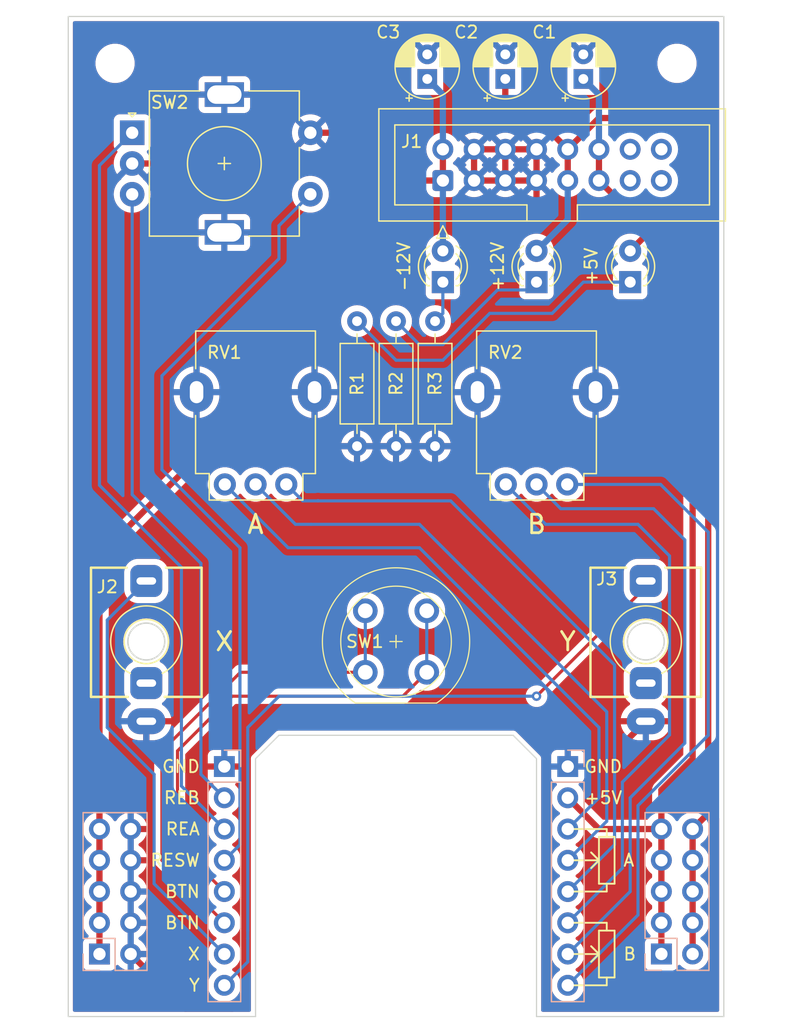
<source format=kicad_pcb>
(kicad_pcb (version 20240108) (generator "pcbnew") (generator_version "8.0")
  (title_block (title "Development Board") (date "2024-02-27") (rev "v0.1") (company "Free Modular"))
  (layers (0 "F.Cu" signal) (31 "B.Cu" signal) (34 "B.Paste" user) (35 "F.Paste" user) (36 "B.SilkS" user "B.Silkscreen") (37 "F.SilkS" user "F.Silkscreen") (38 "B.Mask" user) (39 "F.Mask" user) (44 "Edge.Cuts" user))
  (net 0 "")
  (net 2 "GND")
  (net 3 "+5V")
  (net 4 "-12V")
  (net 6 "+12V")
  (net 9 "Net-(J5-Pin_5)")
  (net 10 "Net-(J5-Pin_6)")
  (net 11 "Net-(J5-Pin_8)")
  (net 12 "Net-(J5-Pin_7)")
  (net 13 "Net-(J4-Pin_5)")
  (net 14 "Net-(J4-Pin_3)")
  (net 15 "Net-(J4-Pin_4)")
  (net 16 "Net-(J4-Pin_6)")
  (net 17 "Net-(J4-Pin_8)")
  (net 18 "Net-(J4-Pin_7)")
  (net 21 "Net-(J5-Pin_2)")
  (net 22 "Net-(J5-Pin_4)")
  (net 23 "Net-(J5-Pin_3)")
  (net 24 "Net-(D1-K)")
  (net 25 "Net-(D2-K)")
  (net 26 "Net-(D3-K)")
  (footprint "FreeModular:D6R" (layer "F.Cu") (at 57.19 81.24 90)
    (property "Reference" "SW1" (at 2.5 -0.04 0) (layer "F.SilkS"))
    (property "Value" "SW_SPST")
    (pad "1" thru_hole circle (at 0 0 180) (size 2 2) (drill 1.2) (layers "*.Cu" "*.Mask") (net 10 "Net-(J5-Pin_6)"))
    (pad "1" thru_hole circle (at 5 0 180) (size 2 2) (drill 1.2) (layers "*.Cu" "*.Mask") (net 10 "Net-(J5-Pin_6)"))
    (pad "2" thru_hole circle (at 0 5 180) (size 2 2) (drill 1.2) (layers "*.Cu" "*.Mask") (net 9 "Net-(J5-Pin_5)"))
    (pad "2" thru_hole circle (at 5 5 180) (size 2 2) (drill 1.2) (layers "*.Cu" "*.Mask") (net 9 "Net-(J5-Pin_5)"))
  )
  (footprint "Capacitor_THT:CP_Radial_D5.0mm_P2.00mm" (layer "F.Cu") (at 68.58 33.02 90)
    (property "Reference" "C2" (at 3.81 -3.175 0) (layer "F.SilkS"))
    (property "Value" "10uF")
    (pad "1" thru_hole rect (at 0 0 90) (size 1.6 1.6) (drill 0.8) (layers "*.Cu" "*.Mask") (net 6 "+12V"))
    (pad "2" thru_hole circle (at 2 0 90) (size 1.6 1.6) (drill 0.8) (layers "*.Cu" "*.Mask") (net 2 "GND"))
  )
  (footprint "LED_THT:LED_D3.0mm" (layer "F.Cu") (at 71.12 49.53 90)
    (property "Reference" "D2" (hide yes))
    (property "Value" "LED")
    (pad "1" thru_hole rect (at 0 0 90) (size 1.8 1.8) (drill 0.9) (layers "*.Cu" "*.Mask") (net 25 "Net-(D2-K)"))
    (pad "2" thru_hole circle (at 2.54 0 90) (size 1.8 1.8) (drill 0.9) (layers "*.Cu" "*.Mask") (net 6 "+12V"))
  )
  (footprint "Rotary_Encoder:RotaryEncoder_Alps_EC11E-Switch_Vertical_H20mm" (layer "F.Cu") (at 38.22 37.39)
    (property "Reference" "SW2" (at 3.055 -2.465 0) (layer "F.SilkS"))
    (property "Value" "RotaryEncoder_Switch")
    (pad "A" thru_hole rect (at 0 0) (size 2 2) (drill 1) (layers "*.Cu" "*.Mask") (net 23 "Net-(J5-Pin_3)"))
    (pad "B" thru_hole circle (at 0 5) (size 2 2) (drill 1) (layers "*.Cu" "*.Mask") (net 21 "Net-(J5-Pin_2)"))
    (pad "C" thru_hole circle (at 0 2.5) (size 2 2) (drill 1) (layers "*.Cu" "*.Mask") (net 2 "GND"))
    (pad "MP" thru_hole rect (at 7.5 -3.1) (size 3.2 2) (drill oval 2.8 1.5) (layers "*.Cu" "*.Mask") (net 2 "GND"))
    (pad "MP" thru_hole rect (at 7.5 8.1) (size 3.2 2) (drill oval 2.8 1.5) (layers "*.Cu" "*.Mask") (net 2 "GND"))
    (pad "S1" thru_hole circle (at 14.5 5) (size 2 2) (drill 1) (layers "*.Cu" "*.Mask") (net 22 "Net-(J5-Pin_4)"))
    (pad "S2" thru_hole circle (at 14.5 0) (size 2 2) (drill 1) (layers "*.Cu" "*.Mask") (net 2 "GND"))
  )
  (footprint "Connector_IDC:IDC-Header_2x08_P2.54mm_Vertical" (layer "F.Cu") (at 63.5 41.275 90)
    (property "Reference" "J1" (at 3.175 -2.54 0) (layer "F.SilkS"))
    (property "Value" "Eurorack_2x8_Power")
    (pad "1" thru_hole roundrect (at 0 0 90) (size 1.7 1.7) (drill 1) (layers "*.Cu" "*.Mask") (roundrect_rratio 0.147059) (net 4 "-12V"))
    (pad "2" thru_hole circle (at 2.54 0 90) (size 1.7 1.7) (drill 1) (layers "*.Cu" "*.Mask") (net 4 "-12V"))
    (pad "3" thru_hole circle (at 0 2.54 90) (size 1.7 1.7) (drill 1) (layers "*.Cu" "*.Mask") (net 2 "GND"))
    (pad "4" thru_hole circle (at 2.54 2.54 90) (size 1.7 1.7) (drill 1) (layers "*.Cu" "*.Mask") (net 2 "GND"))
    (pad "5" thru_hole circle (at 0 5.08 90) (size 1.7 1.7) (drill 1) (layers "*.Cu" "*.Mask") (net 2 "GND"))
    (pad "6" thru_hole circle (at 2.54 5.08 90) (size 1.7 1.7) (drill 1) (layers "*.Cu" "*.Mask") (net 2 "GND"))
    (pad "7" thru_hole circle (at 0 7.62 90) (size 1.7 1.7) (drill 1) (layers "*.Cu" "*.Mask") (net 2 "GND"))
    (pad "8" thru_hole circle (at 2.54 7.62 90) (size 1.7 1.7) (drill 1) (layers "*.Cu" "*.Mask") (net 2 "GND"))
    (pad "9" thru_hole circle (at 0 10.16 90) (size 1.7 1.7) (drill 1) (layers "*.Cu" "*.Mask") (net 6 "+12V"))
    (pad "10" thru_hole circle (at 2.54 10.16 90) (size 1.7 1.7) (drill 1) (layers "*.Cu" "*.Mask") (net 6 "+12V"))
    (pad "11" thru_hole circle (at 0 12.7 90) (size 1.7 1.7) (drill 1) (layers "*.Cu" "*.Mask") (net 3 "+5V"))
    (pad "12" thru_hole circle (at 2.54 12.7 90) (size 1.7 1.7) (drill 1) (layers "*.Cu" "*.Mask") (net 3 "+5V"))
    (pad "13" thru_hole circle (at 0 15.24 90) (size 1.7 1.7) (drill 1) (layers "*.Cu" "*.Mask"))
    (pad "14" thru_hole circle (at 2.54 15.24 90) (size 1.7 1.7) (drill 1) (layers "*.Cu" "*.Mask"))
    (pad "15" thru_hole circle (at 0 17.78 90) (size 1.7 1.7) (drill 1) (layers "*.Cu" "*.Mask"))
    (pad "16" thru_hole circle (at 2.54 17.78 90) (size 1.7 1.7) (drill 1) (layers "*.Cu" "*.Mask"))
  )
  (footprint "Capacitor_THT:CP_Radial_D5.0mm_P2.00mm" (layer "F.Cu") (at 74.93 33.02 90)
    (property "Reference" "C1" (at 3.81 -3.175 0) (layer "F.SilkS"))
    (property "Value" "10uF")
    (pad "1" thru_hole rect (at 0 0 90) (size 1.6 1.6) (drill 0.8) (layers "*.Cu" "*.Mask") (net 3 "+5V"))
    (pad "2" thru_hole circle (at 2 0 90) (size 1.6 1.6) (drill 0.8) (layers "*.Cu" "*.Mask") (net 2 "GND"))
  )
  (footprint "MountingHole:MountingHole_2.7mm_M2.5" (layer "F.Cu") (at 36.83 31.75 90)
    (property "Reference" "H1" (hide yes))
    (property "Value" "MountingHole")
    (pad "" np_thru_hole circle (at 0 0 90) (size 2.7 2.7) (drill 2.7) (layers "*.Cu" "*.Mask"))
  )
  (footprint "LED_THT:LED_D3.0mm" (layer "F.Cu") (at 63.5 49.53 90)
    (property "Reference" "D3" (hide yes))
    (property "Value" "LED")
    (pad "1" thru_hole rect (at 0 0 90) (size 1.8 1.8) (drill 0.9) (layers "*.Cu" "*.Mask") (net 26 "Net-(D3-K)"))
    (pad "2" thru_hole circle (at 2.54 0 90) (size 1.8 1.8) (drill 0.9) (layers "*.Cu" "*.Mask") (net 4 "-12V"))
  )
  (footprint "Resistor_THT:R_Axial_DIN0207_L6.3mm_D2.5mm_P10.16mm_Horizontal" (layer "F.Cu") (at 59.69 52.705 -90)
    (property "Reference" "R2" (at 5.08 0 90) (layer "F.SilkS"))
    (property "Value" "R")
    (pad "1" thru_hole circle (at 0 0 270) (size 1.6 1.6) (drill 0.8) (layers "*.Cu" "*.Mask") (net 25 "Net-(D2-K)"))
    (pad "2" thru_hole oval (at 10.16 0 270) (size 1.6 1.6) (drill 0.8) (layers "*.Cu" "*.Mask") (net 2 "GND"))
  )
  (footprint "Resistor_THT:R_Axial_DIN0207_L6.3mm_D2.5mm_P10.16mm_Horizontal" (layer "F.Cu") (at 56.515 52.705 -90)
    (property "Reference" "R1" (at 5.08 0 90) (layer "F.SilkS"))
    (property "Value" "R")
    (pad "1" thru_hole circle (at 0 0 270) (size 1.6 1.6) (drill 0.8) (layers "*.Cu" "*.Mask") (net 24 "Net-(D1-K)"))
    (pad "2" thru_hole oval (at 10.16 0 270) (size 1.6 1.6) (drill 0.8) (layers "*.Cu" "*.Mask") (net 2 "GND"))
  )
  (footprint "FreeModular:THONKICONN" (layer "F.Cu") (at 80.01 78.74)
    (property "Reference" "J3" (at -3.175 -5.08 0) (layer "F.SilkS"))
    (property "Value" "THONKICONN")
    (fp_circle (center 0 0) (end -1.5 0) (stroke (width 0.12)) (fill none) (layer "Edge.Cuts"))
    (pad "1" thru_hole oval (at 0 6.48) (size 3.1 2.1) (drill oval 1.6 0.6) (layers "*.Cu" "*.Mask") (net 2 "GND"))
    (pad "2" thru_hole roundrect (at 0 3.38) (size 2.6 2.6) (drill oval 1.6 0.6) (layers "*.Cu" "*.Mask"))
    (pad "3" thru_hole roundrect (at 0 -4.92) (size 2.6 2.6) (drill oval 1.6 0.6) (layers "*.Cu" "*.Mask") (net 11 "Net-(J5-Pin_8)"))
  )
  (footprint "FreeModular:THONKICONN" (layer "F.Cu") (at 39.37 78.74)
    (property "Reference" "J2" (at -3.175 -4.445 0) (layer "F.SilkS"))
    (property "Value" "THONKICONN")
    (fp_circle (center 0 0) (end -1.5 0) (stroke (width 0.12)) (fill none) (layer "Edge.Cuts"))
    (pad "1" thru_hole oval (at 0 6.48) (size 3.1 2.1) (drill oval 1.6 0.6) (layers "*.Cu" "*.Mask") (net 2 "GND"))
    (pad "2" thru_hole roundrect (at 0 3.38) (size 2.6 2.6) (drill oval 1.6 0.6) (layers "*.Cu" "*.Mask"))
    (pad "3" thru_hole roundrect (at 0 -4.92) (size 2.6 2.6) (drill oval 1.6 0.6) (layers "*.Cu" "*.Mask") (net 12 "Net-(J5-Pin_7)"))
  )
  (footprint "FreeModular:Alpha_Potentiometer_Grounded" (layer "F.Cu") (at 68.62 65.9725 90)
    (property "Reference" "RV2" (at 10.7275 -0.04 0) (layer "F.SilkS"))
    (property "Value" "R_Potentiometer")
    (pad "1" thru_hole circle (at 0 0 180) (size 1.8 1.8) (drill 1) (layers "*.Cu" "*.Mask") (net 16 "Net-(J4-Pin_6)"))
    (pad "2" thru_hole circle (at 0 2.5 180) (size 1.8 1.8) (drill 1) (layers "*.Cu" "*.Mask") (net 18 "Net-(J4-Pin_7)"))
    (pad "3" thru_hole circle (at 0 5 180) (size 1.8 1.8) (drill 1) (layers "*.Cu" "*.Mask") (net 17 "Net-(J4-Pin_8)"))
    (pad "MP" thru_hole oval (at 7.5 -2.3 180) (size 2.72 3.24) (drill oval 1.1 1.8) (layers "*.Cu" "*.Mask") (net 2 "GND"))
    (pad "MP" thru_hole oval (at 7.5 7.3 180) (size 2.72 3.24) (drill oval 1.1 1.8) (layers "*.Cu" "*.Mask") (net 2 "GND"))
  )
  (footprint "LED_THT:LED_D3.0mm" (layer "F.Cu") (at 78.74 49.53 90)
    (property "Reference" "D1" (hide yes))
    (property "Value" "LED")
    (pad "1" thru_hole rect (at 0 0 90) (size 1.8 1.8) (drill 0.9) (layers "*.Cu" "*.Mask") (net 24 "Net-(D1-K)"))
    (pad "2" thru_hole circle (at 2.54 0 90) (size 1.8 1.8) (drill 0.9) (layers "*.Cu" "*.Mask") (net 3 "+5V"))
  )
  (footprint "Resistor_THT:R_Axial_DIN0207_L6.3mm_D2.5mm_P10.16mm_Horizontal" (layer "F.Cu") (at 62.865 52.705 -90)
    (property "Reference" "R3" (at 5.08 0 90) (layer "F.SilkS"))
    (property "Value" "R")
    (pad "1" thru_hole circle (at 0 0 270) (size 1.6 1.6) (drill 0.8) (layers "*.Cu" "*.Mask") (net 26 "Net-(D3-K)"))
    (pad "2" thru_hole oval (at 10.16 0 270) (size 1.6 1.6) (drill 0.8) (layers "*.Cu" "*.Mask") (net 2 "GND"))
  )
  (footprint "Capacitor_THT:CP_Radial_D5.0mm_P2.00mm" (layer "F.Cu") (at 62.23 33.02 90)
    (property "Reference" "C3" (at 3.81 -3.175 0) (layer "F.SilkS"))
    (property "Value" "10uF")
    (pad "1" thru_hole rect (at 0 0 90) (size 1.6 1.6) (drill 0.8) (layers "*.Cu" "*.Mask") (net 4 "-12V"))
    (pad "2" thru_hole circle (at 2 0 90) (size 1.6 1.6) (drill 0.8) (layers "*.Cu" "*.Mask") (net 2 "GND"))
  )
  (footprint "FreeModular:Alpha_Potentiometer_Grounded" (layer "F.Cu") (at 45.76 65.9725 90)
    (property "Reference" "RV1" (at 10.7275 -0.04 0) (layer "F.SilkS"))
    (property "Value" "R_Potentiometer")
    (pad "1" thru_hole circle (at 0 0 180) (size 1.8 1.8) (drill 1) (layers "*.Cu" "*.Mask") (net 14 "Net-(J4-Pin_3)"))
    (pad "2" thru_hole circle (at 0 2.5 180) (size 1.8 1.8) (drill 1) (layers "*.Cu" "*.Mask") (net 15 "Net-(J4-Pin_4)"))
    (pad "3" thru_hole circle (at 0 5 180) (size 1.8 1.8) (drill 1) (layers "*.Cu" "*.Mask") (net 13 "Net-(J4-Pin_5)"))
    (pad "MP" thru_hole oval (at 7.5 -2.3 180) (size 2.72 3.24) (drill oval 1.1 1.8) (layers "*.Cu" "*.Mask") (net 2 "GND"))
    (pad "MP" thru_hole oval (at 7.5 7.3 180) (size 2.72 3.24) (drill oval 1.1 1.8) (layers "*.Cu" "*.Mask") (net 2 "GND"))
  )
  (footprint "MountingHole:MountingHole_2.7mm_M2.5" (layer "F.Cu") (at 82.55 31.75 90)
    (property "Reference" "H2" (hide yes))
    (property "Value" "MountingHole")
    (pad "" np_thru_hole circle (at 0 0 90) (size 2.7 2.7) (drill 2.7) (layers "*.Cu" "*.Mask"))
  )
  (footprint "Connector_PinHeader_2.54mm:PinHeader_2x05_P2.54mm_Vertical" (layer "B.Cu") (at 81.28 104.135)
    (property "Reference" "J7" (hide yes))
    (property "Value" "Conn_02x05_Top_Bottom")
    (pad "1" thru_hole rect (at 0 0) (size 1.7 1.7) (drill 1) (layers "*.Cu" "*.Mask") (net 3 "+5V"))
    (pad "2" thru_hole oval (at 2.54 0) (size 1.7 1.7) (drill 1) (layers "*.Cu" "*.Mask") (net 6 "+12V"))
    (pad "3" thru_hole oval (at 0 -2.54) (size 1.7 1.7) (drill 1) (layers "*.Cu" "*.Mask") (net 3 "+5V"))
    (pad "4" thru_hole oval (at 2.54 -2.54) (size 1.7 1.7) (drill 1) (layers "*.Cu" "*.Mask") (net 6 "+12V"))
    (pad "5" thru_hole oval (at 0 -5.08) (size 1.7 1.7) (drill 1) (layers "*.Cu" "*.Mask") (net 3 "+5V"))
    (pad "6" thru_hole oval (at 2.54 -5.08) (size 1.7 1.7) (drill 1) (layers "*.Cu" "*.Mask") (net 6 "+12V"))
    (pad "7" thru_hole oval (at 0 -7.62) (size 1.7 1.7) (drill 1) (layers "*.Cu" "*.Mask") (net 3 "+5V"))
    (pad "8" thru_hole oval (at 2.54 -7.62) (size 1.7 1.7) (drill 1) (layers "*.Cu" "*.Mask") (net 6 "+12V"))
    (pad "9" thru_hole oval (at 0 -10.16) (size 1.7 1.7) (drill 1) (layers "*.Cu" "*.Mask") (net 3 "+5V"))
    (pad "10" thru_hole oval (at 2.54 -10.16) (size 1.7 1.7) (drill 1) (layers "*.Cu" "*.Mask") (net 6 "+12V"))
  )
  (footprint "Connector_PinHeader_2.54mm:PinHeader_2x05_P2.54mm_Vertical" (layer "B.Cu") (at 35.56 104.14)
    (property "Reference" "J6" (hide yes))
    (property "Value" "Conn_02x05_Top_Bottom")
    (pad "1" thru_hole rect (at 0 0) (size 1.7 1.7) (drill 1) (layers "*.Cu" "*.Mask") (net 4 "-12V"))
    (pad "2" thru_hole oval (at 2.54 0) (size 1.7 1.7) (drill 1) (layers "*.Cu" "*.Mask") (net 2 "GND"))
    (pad "3" thru_hole oval (at 0 -2.54) (size 1.7 1.7) (drill 1) (layers "*.Cu" "*.Mask") (net 4 "-12V"))
    (pad "4" thru_hole oval (at 2.54 -2.54) (size 1.7 1.7) (drill 1) (layers "*.Cu" "*.Mask") (net 2 "GND"))
    (pad "5" thru_hole oval (at 0 -5.08) (size 1.7 1.7) (drill 1) (layers "*.Cu" "*.Mask") (net 4 "-12V"))
    (pad "6" thru_hole oval (at 2.54 -5.08) (size 1.7 1.7) (drill 1) (layers "*.Cu" "*.Mask") (net 2 "GND"))
    (pad "7" thru_hole oval (at 0 -7.62) (size 1.7 1.7) (drill 1) (layers "*.Cu" "*.Mask") (net 4 "-12V"))
    (pad "8" thru_hole oval (at 2.54 -7.62) (size 1.7 1.7) (drill 1) (layers "*.Cu" "*.Mask") (net 2 "GND"))
    (pad "9" thru_hole oval (at 0 -10.16) (size 1.7 1.7) (drill 1) (layers "*.Cu" "*.Mask") (net 4 "-12V"))
    (pad "10" thru_hole oval (at 2.54 -10.16) (size 1.7 1.7) (drill 1) (layers "*.Cu" "*.Mask") (net 2 "GND"))
  )
  (footprint "Connector_PinHeader_2.54mm:PinHeader_1x08_P2.54mm_Vertical" (layer "B.Cu") (at 73.66 88.9 180)
    (property "Reference" "J4" (hide yes))
    (property "Value" "Conn_01x08_Pin")
    (pad "1" thru_hole rect (at 0 0 180) (size 1.7 1.7) (drill 1) (layers "*.Cu" "*.Mask") (net 2 "GND"))
    (pad "2" thru_hole oval (at 0 -2.54 180) (size 1.7 1.7) (drill 1) (layers "*.Cu" "*.Mask") (net 3 "+5V"))
    (pad "3" thru_hole oval (at 0 -5.08 180) (size 1.7 1.7) (drill 1) (layers "*.Cu" "*.Mask") (net 14 "Net-(J4-Pin_3)"))
    (pad "4" thru_hole oval (at 0 -7.62 180) (size 1.7 1.7) (drill 1) (layers "*.Cu" "*.Mask") (net 15 "Net-(J4-Pin_4)"))
    (pad "5" thru_hole oval (at 0 -10.16 180) (size 1.7 1.7) (drill 1) (layers "*.Cu" "*.Mask") (net 13 "Net-(J4-Pin_5)"))
    (pad "6" thru_hole oval (at 0 -12.7 180) (size 1.7 1.7) (drill 1) (layers "*.Cu" "*.Mask") (net 16 "Net-(J4-Pin_6)"))
    (pad "7" thru_hole oval (at 0 -15.24 180) (size 1.7 1.7) (drill 1) (layers "*.Cu" "*.Mask") (net 18 "Net-(J4-Pin_7)"))
    (pad "8" thru_hole oval (at 0 -17.78 180) (size 1.7 1.7) (drill 1) (layers "*.Cu" "*.Mask") (net 17 "Net-(J4-Pin_8)"))
  )
  (footprint "Connector_PinHeader_2.54mm:PinHeader_1x08_P2.54mm_Vertical" (layer "B.Cu") (at 45.72 88.9 180)
    (property "Reference" "J5" (hide yes))
    (property "Value" "Conn_01x08_Pin")
    (pad "1" thru_hole rect (at 0 0 180) (size 1.7 1.7) (drill 1) (layers "*.Cu" "*.Mask") (net 2 "GND"))
    (pad "2" thru_hole oval (at 0 -2.54 180) (size 1.7 1.7) (drill 1) (layers "*.Cu" "*.Mask") (net 21 "Net-(J5-Pin_2)"))
    (pad "3" thru_hole oval (at 0 -5.08 180) (size 1.7 1.7) (drill 1) (layers "*.Cu" "*.Mask") (net 23 "Net-(J5-Pin_3)"))
    (pad "4" thru_hole oval (at 0 -7.62 180) (size 1.7 1.7) (drill 1) (layers "*.Cu" "*.Mask") (net 22 "Net-(J5-Pin_4)"))
    (pad "5" thru_hole oval (at 0 -10.16 180) (size 1.7 1.7) (drill 1) (layers "*.Cu" "*.Mask") (net 9 "Net-(J5-Pin_5)"))
    (pad "6" thru_hole oval (at 0 -12.7 180) (size 1.7 1.7) (drill 1) (layers "*.Cu" "*.Mask") (net 10 "Net-(J5-Pin_6)"))
    (pad "7" thru_hole oval (at 0 -15.24 180) (size 1.7 1.7) (drill 1) (layers "*.Cu" "*.Mask") (net 12 "Net-(J5-Pin_7)"))
    (pad "8" thru_hole oval (at 0 -17.78 180) (size 1.7 1.7) (drill 1) (layers "*.Cu" "*.Mask") (net 11 "Net-(J5-Pin_8)"))
  )
  (gr_line (start 76.835 102.235) (end 76.2 102.235) (stroke (width 0.15)) (layer "F.SilkS"))
  (gr_line (start 76.2 96.52) (end 75.565 95.885) (stroke (width 0.15)) (layer "F.SilkS"))
  (gr_line (start 76.2 98.425) (end 77.47 98.425) (stroke (width 0.15)) (layer "F.SilkS"))
  (gr_line (start 76.2 94.615) (end 76.2 98.425) (stroke (width 0.15)) (layer "F.SilkS"))
  (gr_line (start 77.47 106.045) (end 77.47 102.235) (stroke (width 0.15)) (layer "F.SilkS"))
  (gr_line (start 76.835 93.98) (end 76.835 94.615) (stroke (width 0.15)) (layer "F.SilkS"))
  (gr_line (start 77.47 94.615) (end 76.835 94.615) (stroke (width 0.15)) (layer "F.SilkS"))
  (gr_line (start 76.835 106.045) (end 76.835 106.68) (stroke (width 0.15)) (layer "F.SilkS"))
  (gr_line (start 73.66 96.52) (end 76.2 96.52) (stroke (width 0.15)) (layer "F.SilkS"))
  (gr_line (start 77.47 102.235) (end 76.835 102.235) (stroke (width 0.15)) (layer "F.SilkS"))
  (gr_line (start 73.66 101.6) (end 76.835 101.6) (stroke (width 0.15)) (layer "F.SilkS"))
  (gr_line (start 76.2 104.14) (end 75.565 103.505) (stroke (width 0.15)) (layer "F.SilkS"))
  (gr_line (start 75.565 103.505) (end 76.2 104.14) (stroke (width 0.15)) (layer "F.SilkS"))
  (gr_line (start 76.835 94.615) (end 76.2 94.615) (stroke (width 0.15)) (layer "F.SilkS"))
  (gr_line (start 77.47 98.425) (end 77.47 94.615) (stroke (width 0.15)) (layer "F.SilkS"))
  (gr_line (start 73.66 93.98) (end 76.835 93.98) (stroke (width 0.15)) (layer "F.SilkS"))
  (gr_line (start 73.66 106.68) (end 76.835 106.68) (stroke (width 0.15)) (layer "F.SilkS"))
  (gr_line (start 76.835 101.6) (end 76.835 102.235) (stroke (width 0.15)) (layer "F.SilkS"))
  (gr_line (start 73.66 99.06) (end 76.835 99.06) (stroke (width 0.15)) (layer "F.SilkS"))
  (gr_line (start 76.2 106.045) (end 77.47 106.045) (stroke (width 0.15)) (layer "F.SilkS"))
  (gr_line (start 75.565 95.885) (end 76.2 96.52) (stroke (width 0.15)) (layer "F.SilkS"))
  (gr_line (start 76.835 98.425) (end 76.835 99.06) (stroke (width 0.15)) (layer "F.SilkS"))
  (gr_line (start 73.66 104.14) (end 76.2 104.14) (stroke (width 0.15)) (layer "F.SilkS"))
  (gr_line (start 76.2 102.235) (end 76.2 106.045) (stroke (width 0.15)) (layer "F.SilkS"))
  (gr_line (start 75.565 104.775) (end 76.2 104.14) (stroke (width 0.15)) (layer "F.SilkS"))
  (gr_line (start 75.565 97.155) (end 76.2 96.52) (stroke (width 0.15)) (layer "F.SilkS"))
  (gr_line (start 48.26 88.265) (end 50.165 86.36) (stroke (width 0.1)) (layer "Edge.Cuts"))
  (gr_line (start 33.02 109.22) (end 33.02 27.94) (stroke (width 0.1)) (layer "Edge.Cuts"))
  (gr_line (start 69.215 86.36) (end 71.12 88.265) (stroke (width 0.1)) (layer "Edge.Cuts"))
  (gr_line (start 86.36 109.22) (end 71.12 109.22) (stroke (width 0.1)) (layer "Edge.Cuts"))
  (gr_line (start 48.26 88.265) (end 48.26 109.22) (stroke (width 0.1)) (layer "Edge.Cuts"))
  (gr_line (start 33.02 27.94) (end 86.36 27.94) (stroke (width 0.1)) (layer "Edge.Cuts"))
  (gr_line (start 69.215 86.36) (end 50.165 86.36) (stroke (width 0.1)) (layer "Edge.Cuts"))
  (gr_line (start 71.12 109.22) (end 71.12 88.265) (stroke (width 0.1)) (layer "Edge.Cuts"))
  (gr_line (start 86.36 27.94) (end 86.36 109.22) (stroke (width 0.1)) (layer "Edge.Cuts"))
  (gr_line (start 48.26 109.22) (end 33.02 109.22) (stroke (width 0.1)) (layer "Edge.Cuts"))
  (gr_text "B" (at 78.105 104.14 0) (layer "F.SilkS") (effects (font (size 1 1)) (justify left)))
  (gr_text "REB" (at 43.815 91.44 0) (layer "F.SilkS") (effects (font (size 1 1)) (justify right)))
  (gr_text "BTN" (at 43.815 99.06 0) (layer "F.SilkS") (effects (font (size 1 1)) (justify right)))
  (gr_text "+5V" (at 75.565 48.26 90) (layer "F.SilkS") (effects (font (size 1 1))))
  (gr_text "Y" (at 43.815 106.68 0) (layer "F.SilkS") (effects (font (size 1 1)) (justify right)))
  (gr_text "X" (at 43.815 104.14 0) (layer "F.SilkS") (effects (font (size 1 1)) (justify right)))
  (gr_text "GND" (at 43.815 88.9 0) (layer "F.SilkS") (effects (font (size 1 1)) (justify right)))
  (gr_text "+12V" (at 67.945 48.26 90) (layer "F.SilkS") (effects (font (size 1 1))))
  (gr_text "REA" (at 43.815 93.98 0) (layer "F.SilkS") (effects (font (size 1 1)) (justify right)))
  (gr_text "-12V" (at 60.325 48.26 90) (layer "F.SilkS") (effects (font (size 1 1))))
  (gr_text "GND" (at 74.93 88.9 0) (layer "F.SilkS") (effects (font (size 1 1)) (justify left)))
  (gr_text "B" (at 71.12 69.215 0) (layer "F.SilkS") (effects (font (size 1.5 1.5) (thickness 0.225))))
  (gr_text "Y" (at 73.66 78.74 0) (layer "F.SilkS") (effects (font (size 1.5 1.5) (thickness 0.225))))
  (gr_text "RESW" (at 43.815 96.52 0) (layer "F.SilkS") (effects (font (size 1 1)) (justify right)))
  (gr_text "+5V" (at 74.93 91.44 0) (layer "F.SilkS") (effects (font (size 1 1)) (justify left)))
  (gr_text "BTN" (at 43.815 101.6 0) (layer "F.SilkS") (effects (font (size 1 1)) (justify right)))
  (gr_text "A" (at 48.26 69.215 0) (layer "F.SilkS") (effects (font (size 1.5 1.5) (thickness 0.225))))
  (gr_text "A" (at 78.105 96.52 0) (layer "F.SilkS") (effects (font (size 1 1)) (justify left)))
  (gr_text "X" (at 45.72 78.74 0) (layer "F.SilkS") (effects (font (size 1.5 1.5) (thickness 0.225))))
  (segment (start 45.72 88.9) (end 47.495 88.9) (width 0.508) (layer "F.Cu") (net 2))
  (segment (start 75.565 52.07) (end 78.105 54.61) (width 0.508) (layer "F.Cu") (net 2))
  (segment (start 58.42 36.195) (end 62.865 36.195) (width 0.508) (layer "F.Cu") (net 2))
  (segment (start 38.1 96.52) (end 38.1 93.98) (width 0.508) (layer "F.Cu") (net 2))
  (segment (start 47.495 85.22) (end 48.26 84.455) (width 0.508) (layer "F.Cu") (net 2))
  (segment (start 69.85 72.39) (end 69.85 84.455) (width 0.508) (layer "F.Cu") (net 2))
  (segment (start 38.1 90.805) (end 39.37 89.535) (width 0.508) (layer "F.Cu") (net 2))
  (segment (start 39.37 89.535) (end 39.37 85.22) (width 0.508) (layer "F.Cu") (net 2))
  (segment (start 78.105 54.61) (end 78.105 64.135) (width 0.508) (layer "F.Cu") (net 2))
  (segment (start 66.04 41.275) (end 66.04 38.735) (width 0.508) (layer "F.Cu") (net 2))
  (segment (start 73.66 88.9) (end 73.66 86.36) (width 0.508) (layer "F.Cu") (net 2))
  (segment (start 78.105 64.135) (end 69.85 72.39) (width 0.508) (layer "F.Cu") (net 2))
  (segment (start 47.495 88.9) (end 47.495 107.445) (width 0.508) (layer "F.Cu") (net 2))
  (segment (start 75.565 48.895) (end 75.565 52.07) (width 0.508) (layer "F.Cu") (net 2))
  (segment (start 42.545 108.585) (end 38.1 104.14) (width 0.508) (layer "F.Cu") (net 2))
  (segment (start 71.12 41.275) (end 71.12 44.45) (width 0.508) (layer "F.Cu") (net 2))
  (segment (start 68.58 41.275) (end 68.58 38.735) (width 0.508) (layer "F.Cu") (net 2))
  (segment (start 38.1 93.98) (end 38.1 90.805) (width 0.508) (layer "F.Cu") (net 2))
  (segment (start 76.33 88.9) (end 80.01 85.22) (width 0.508) (layer "F.Cu") (net 2))
  (segment (start 66.04 38.735) (end 63.5 36.195) (width 0.508) (layer "F.Cu") (net 2))
  (segment (start 71.12 44.45) (end 75.565 48.895) (width 0.508) (layer "F.Cu") (net 2))
  (segment (start 63.5 36.195) (end 62.865 36.195) (width 0.508) (layer "F.Cu") (net 2))
  (segment (start 38.1 104.14) (end 38.1 101.6) (width 0.508) (layer "F.Cu") (net 2))
  (segment (start 71.755 84.455) (end 69.85 84.455) (width 0.508) (layer "F.Cu") (net 2))
  (segment (start 52.72 37.39) (end 57.225 37.39) (width 0.508) (layer "F.Cu") (net 2))
  (segment (start 73.66 86.36) (end 71.755 84.455) (width 0.508) (layer "F.Cu") (net 2))
  (segment (start 46.355 108.585) (end 42.545 108.585) (width 0.508) (layer "F.Cu") (net 2))
  (segment (start 73.66 88.9) (end 76.33 88.9) (width 0.508) (layer "F.Cu") (net 2))
  (segment (start 47.495 85.22) (end 47.495 88.9) (width 0.508) (layer "F.Cu") (net 2))
  (segment (start 71.12 41.275) (end 71.12 38.735) (width 0.508) (layer "F.Cu") (net 2))
  (segment (start 71.12 41.275) (end 68.58 41.275) (width 0.508) (layer "F.Cu") (net 2))
  (segment (start 38.1 101.6) (end 38.1 99.06) (width 0.508) (layer "F.Cu") (net 2))
  (segment (start 57.225 37.39) (end 58.42 36.195) (width 0.508) (layer "F.Cu") (net 2))
  (segment (start 68.58 38.735) (end 66.04 38.735) (width 0.508) (layer "F.Cu") (net 2))
  (segment (start 69.85 84.455) (end 64.135 84.455) (width 0.508) (layer "F.Cu") (net 2))
  (segment (start 38.1 99.06) (end 38.1 96.52) (width 0.508) (layer "F.Cu") (net 2))
  (segment (start 38.22 39.89) (end 50.22 39.89) (width 0.508) (layer "F.Cu") (net 2))
  (segment (start 68.58 41.275) (end 66.04 41.275) (width 0.508) (layer "F.Cu") (net 2))
  (segment (start 50.22 39.89) (end 52.72 37.39) (width 0.508) (layer "F.Cu") (net 2))
  (segment (start 64.135 84.455) (end 48.26 84.455) (width 0.508) (layer "F.Cu") (net 2))
  (segment (start 68.58 38.735) (end 71.12 38.735) (width 0.508) (layer "F.Cu") (net 2))
  (segment (start 47.495 107.445) (end 46.355 108.585) (width 0.508) (layer "F.Cu") (net 2))
  (segment (start 80.645 45.72) (end 83.82 48.895) (width 0.508) (layer "F.Cu") (net 3))
  (segment (start 80.3275 45.4025) (end 80.645 45.72) (width 0.508) (layer "F.Cu") (net 3))
  (segment (start 83.82 88.265) (end 81.28 90.805) (width 0.508) (layer "F.Cu") (net 3))
  (segment (start 83.82 48.895) (end 83.82 88.265) (width 0.508) (layer "F.Cu") (net 3))
  (segment (start 81.28 101.6) (end 81.28 104.14) (width 0.508) (layer "F.Cu") (net 3))
  (segment (start 81.28 93.98) (end 81.28 96.52) (width 0.508) (layer "F.Cu") (net 3))
  (segment (start 78.74 46.99) (end 80.3275 45.4025) (width 0.508) (layer "F.Cu") (net 3))
  (segment (start 81.28 90.805) (end 81.28 93.98) (width 0.508) (layer "F.Cu") (net 3))
  (segment (start 76.2 93.98) (end 81.28 93.98) (width 0.508) (layer "F.Cu") (net 3))
  (segment (start 73.66 91.44) (end 76.2 93.98) (width 0.508) (layer "F.Cu") (net 3))
  (segment (start 81.28 96.52) (end 81.28 99.06) (width 0.508) (layer "F.Cu") (net 3))
  (segment (start 81.28 99.06) (end 81.28 101.6) (width 0.508) (layer "F.Cu") (net 3))
  (segment (start 76.2 38.735) (end 76.2 41.275) (width 0.508) (layer "F.Cu") (net 3))
  (segment (start 76.2 41.275) (end 80.3275 45.4025) (width 0.508) (layer "F.Cu") (net 3))
  (segment (start 76.2 34.29) (end 74.93 33.02) (width 0.508) (layer "B.Cu") (net 3))
  (segment (start 76.2 39.37) (end 76.2 34.29) (width 0.508) (layer "B.Cu") (net 3))
  (segment (start 48.26 53.975) (end 48.26 59.055) (width 0.508) (layer "F.Cu") (net 4))
  (segment (start 35.56 101.6) (end 35.56 104.14) (width 0.508) (layer "F.Cu") (net 4))
  (segment (start 63.5 41.275) (end 60.96 41.275) (width 0.508) (layer "F.Cu") (net 4))
  (segment (start 63.5 38.735) (end 63.5 41.275) (width 0.508) (layer "F.Cu") (net 4))
  (segment (start 35.56 96.52) (end 35.56 99.06) (width 0.508) (layer "F.Cu") (net 4))
  (segment (start 35.56 71.755) (end 35.56 93.98) (width 0.508) (layer "F.Cu") (net 4))
  (segment (start 35.56 99.06) (end 35.56 101.6) (width 0.508) (layer "F.Cu") (net 4))
  (segment (start 60.96 41.275) (end 48.26 53.975) (width 0.508) (layer "F.Cu") (net 4))
  (segment (start 35.56 93.98) (end 35.56 96.52) (width 0.508) (layer "F.Cu") (net 4))
  (segment (start 48.26 59.055) (end 35.56 71.755) (width 0.508) (layer "F.Cu") (net 4))
  (segment (start 63.5 34.29) (end 62.23 33.02) (width 0.508) (layer "B.Cu") (net 4))
  (segment (start 63.5 39.37) (end 63.5 34.29) (width 0.508) (layer "B.Cu") (net 4))
  (segment (start 63.5 46.99) (end 63.5 41.275) (width 0.508) (layer "B.Cu") (net 4))
  (segment (start 73.66 38.735) (end 76.2 36.195) (width 0.508) (layer "F.Cu") (net 6))
  (segment (start 76.2 36.195) (end 81.28 36.195) (width 0.508) (layer "F.Cu") (net 6))
  (segment (start 71.12 36.195) (end 69.85 36.195) (width 0.508) (layer "F.Cu") (net 6))
  (segment (start 81.28 36.195) (end 85.09 40.005) (width 0.508) (layer "F.Cu") (net 6))
  (segment (start 69.85 36.195) (end 68.58 34.925) (width 0.508) (layer "F.Cu") (net 6))
  (segment (start 83.82 93.98) (end 83.82 104.14) (width 0.508) (layer "F.Cu") (net 6))
  (segment (start 85.09 92.71) (end 83.82 93.98) (width 0.508) (layer "F.Cu") (net 6))
  (segment (start 73.66 38.735) (end 71.12 36.195) (width 0.508) (layer "F.Cu") (net 6))
  (segment (start 68.58 34.925) (end 68.58 33.02) (width 0.508) (layer "F.Cu") (net 6))
  (segment (start 73.66 41.275) (end 73.66 38.735) (width 0.508) (layer "F.Cu") (net 6))
  (segment (start 85.09 40.005) (end 85.09 92.71) (width 0.508) (layer "F.Cu") (net 6))
  (segment (start 73.66 44.45) (end 73.66 41.91) (width 0.508) (layer "B.Cu") (net 6))
  (segment (start 71.12 46.99) (end 73.66 44.45) (width 0.508) (layer "B.Cu") (net 6))
  (segment (start 60.245 83.185) (end 62.19 81.24) (width 0.254) (layer "F.Cu") (net 9))
  (segment (start 45.72 99.06) (end 41.91 95.25) (width 0.254) (layer "F.Cu") (net 9))
  (segment (start 46.355 83.185) (end 60.245 83.185) (width 0.254) (layer "F.Cu") (net 9))
  (segment (start 41.91 87.63) (end 46.355 83.185) (width 0.254) (layer "F.Cu") (net 9))
  (segment (start 41.91 95.25) (end 41.91 87.63) (width 0.254) (layer "F.Cu") (net 9))
  (segment (start 62.19 81.24) (end 62.19 76.24) (width 0.254) (layer "B.Cu") (net 9))
  (segment (start 40.64 87.63) (end 40.64 96.52) (width 0.254) (layer "F.Cu") (net 10))
  (segment (start 57.19 81.24) (end 47.03 81.24) (width 0.254) (layer "F.Cu") (net 10))
  (segment (start 40.64 96.52) (end 45.72 101.6) (width 0.254) (layer "F.Cu") (net 10))
  (segment (start 47.03 81.24) (end 40.64 87.63) (width 0.254) (layer "F.Cu") (net 10))
  (segment (start 57.19 81.24) (end 57.19 76.24) (width 0.254) (layer "B.Cu") (net 10))
  (segment (start 71.12 83.185) (end 80.01 74.295) (width 0.254) (layer "F.Cu") (net 11))
  (segment (start 80.01 74.295) (end 80.01 73.82) (width 0.254) (layer "F.Cu") (net 11))
  (via (at 71.12 83.185) (size 0.762) (drill 0.381) (layers "F.Cu" "B.Cu") (net 11))
  (segment (start 50.165 83.185) (end 71.12 83.185) (width 0.254) (layer "B.Cu") (net 11))
  (segment (start 47.625 86.36) (end 47.625 85.725) (width 0.254) (layer "B.Cu") (net 11))
  (segment (start 45.72 106.68) (end 47.625 104.775) (width 0.254) (layer "B.Cu") (net 11))
  (segment (start 47.625 85.725) (end 50.165 83.185) (width 0.254) (layer "B.Cu") (net 11))
  (segment (start 47.625 104.775) (end 47.625 102.87) (width 0.254) (layer "B.Cu") (net 11))
  (segment (start 47.625 102.235) (end 47.625 86.36) (width 0.254) (layer "B.Cu") (net 11))
  (segment (start 47.625 102.87) (end 47.625 102.235) (width 0.254) (layer "B.Cu") (net 11))
  (segment (start 40.005 89.535) (end 36.195 85.725) (width 0.254) (layer "B.Cu") (net 12))
  (segment (start 36.195 85.725) (end 36.195 76.995) (width 0.254) (layer "B.Cu") (net 12))
  (segment (start 40.005 98.425) (end 40.005 89.535) (width 0.254) (layer "B.Cu") (net 12))
  (segment (start 45.72 104.14) (end 40.005 98.425) (width 0.254) (layer "B.Cu") (net 12))
  (segment (start 36.195 76.995) (end 39.37 73.82) (width 0.254) (layer "B.Cu") (net 12))
  (segment (start 77.47 95.25) (end 73.66 99.06) (width 0.254) (layer "B.Cu") (net 13))
  (segment (start 64.135 67.31) (end 77.47 80.645) (width 0.254) (layer "B.Cu") (net 13))
  (segment (start 53.34 67.31) (end 64.135 67.31) (width 0.254) (layer "B.Cu") (net 13))
  (segment (start 52.0975 67.31) (end 53.34 67.31) (width 0.254) (layer "B.Cu") (net 13))
  (segment (start 77.47 80.645) (end 77.47 95.25) (width 0.254) (layer "B.Cu") (net 13))
  (segment (start 50.76 65.9725) (end 52.0975 67.31) (width 0.254) (layer "B.Cu") (net 13))
  (segment (start 53.34 67.2825) (end 53.34 67.31) (width 0.254) (layer "B.Cu") (net 13))
  (segment (start 76.2 85.725) (end 61.595 71.12) (width 0.254) (layer "B.Cu") (net 14))
  (segment (start 73.66 93.98) (end 76.2 91.44) (width 0.254) (layer "B.Cu") (net 14))
  (segment (start 50.9075 71.12) (end 52.1775 71.12) (width 0.254) (layer "B.Cu") (net 14))
  (segment (start 61.595 71.12) (end 52.1775 71.12) (width 0.254) (layer "B.Cu") (net 14))
  (segment (start 76.2 91.44) (end 76.2 85.725) (width 0.254) (layer "B.Cu") (net 14))
  (segment (start 45.76 65.9725) (end 50.9075 71.12) (width 0.254) (layer "B.Cu") (net 14))
  (segment (start 51.5025 69.215) (end 52.7725 69.215) (width 0.254) (layer "B.Cu") (net 15))
  (segment (start 76.835 84.455) (end 61.595 69.215) (width 0.254) (layer "B.Cu") (net 15))
  (segment (start 61.595 69.215) (end 52.7725 69.215) (width 0.254) (layer "B.Cu") (net 15))
  (segment (start 48.26 65.9725) (end 51.5025 69.215) (width 0.254) (layer "B.Cu") (net 15))
  (segment (start 73.66 96.52) (end 76.835 93.345) (width 0.254) (layer "B.Cu") (net 15))
  (segment (start 76.835 93.345) (end 76.835 84.455) (width 0.254) (layer "B.Cu") (net 15))
  (segment (start 79.375 69.215) (end 71.8625 69.215) (width 0.254) (layer "B.Cu") (net 16))
  (segment (start 73.66 101.6) (end 78.105 97.155) (width 0.254) (layer "B.Cu") (net 16))
  (segment (start 78.105 97.155) (end 78.105 90.17) (width 0.254) (layer "B.Cu") (net 16))
  (segment (start 81.941 86.334) (end 81.941 71.781) (width 0.254) (layer "B.Cu") (net 16))
  (segment (start 81.941 71.781) (end 79.375 69.215) (width 0.254) (layer "B.Cu") (net 16))
  (segment (start 71.8625 69.215) (end 68.62 65.9725) (width 0.254) (layer "B.Cu") (net 16))
  (segment (start 78.105 90.17) (end 81.941 86.334) (width 0.254) (layer "B.Cu") (net 16))
  (segment (start 85.09 86.36) (end 85.09 69.85) (width 0.254) (layer "B.Cu") (net 17))
  (segment (start 73.62 65.9725) (end 81.2125 65.9725) (width 0.254) (layer "B.Cu") (net 17))
  (segment (start 79.375 100.965) (end 79.375 92.075) (width 0.254) (layer "B.Cu") (net 17))
  (segment (start 81.2125 65.9725) (end 81.28 66.04) (width 0.254) (layer "B.Cu") (net 17))
  (segment (start 79.375 92.075) (end 85.09 86.36) (width 0.254) (layer "B.Cu") (net 17))
  (segment (start 73.66 106.68) (end 79.375 100.965) (width 0.254) (layer "B.Cu") (net 17))
  (segment (start 85.09 69.85) (end 81.28 66.04) (width 0.254) (layer "B.Cu") (net 17))
  (segment (start 83.185 86.995) (end 83.185 70.485) (width 0.254) (layer "B.Cu") (net 18))
  (segment (start 73.66 104.14) (end 78.74 99.06) (width 0.254) (layer "B.Cu") (net 18))
  (segment (start 71.12 65.9725) (end 73.0925 67.945) (width 0.254) (layer "B.Cu") (net 18))
  (segment (start 83.185 70.485) (end 80.645 67.945) (width 0.254) (layer "B.Cu") (net 18))
  (segment (start 78.74 91.44) (end 83.185 86.995) (width 0.254) (layer "B.Cu") (net 18))
  (segment (start 73.0925 67.945) (end 80.645 67.945) (width 0.254) (layer "B.Cu") (net 18))
  (segment (start 78.74 99.06) (end 78.74 91.44) (width 0.254) (layer "B.Cu") (net 18))
  (segment (start 38.22 66.795) (end 38.22 42.39) (width 0.254) (layer "B.Cu") (net 21))
  (segment (start 45.72 91.44) (end 43.815 89.535) (width 0.254) (layer "B.Cu") (net 21))
  (segment (start 43.815 72.39) (end 38.22 66.795) (width 0.254) (layer "B.Cu") (net 21))
  (segment (start 43.815 89.535) (end 43.815 72.39) (width 0.254) (layer "B.Cu") (net 21))
  (segment (start 46.99 95.25) (end 46.99 71.12) (width 0.254) (layer "B.Cu") (net 22))
  (segment (start 45.72 96.52) (end 46.99 95.25) (width 0.254) (layer "B.Cu") (net 22))
  (segment (start 40.64 57.15) (end 50.165 47.625) (width 0.254) (layer "B.Cu") (net 22))
  (segment (start 46.99 71.12) (end 40.64 64.77) (width 0.254) (layer "B.Cu") (net 22))
  (segment (start 40.64 64.77) (end 40.64 57.15) (width 0.254) (layer "B.Cu") (net 22))
  (segment (start 50.165 44.945) (end 52.72 42.39) (width 0.254) (layer "B.Cu") (net 22))
  (segment (start 50.165 47.625) (end 50.165 44.945) (width 0.254) (layer "B.Cu") (net 22))
  (segment (start 42.2275 72.7075) (end 42.2275 90.4875) (width 0.254) (layer "B.Cu") (net 23))
  (segment (start 42.2275 90.4875) (end 45.72 93.98) (width 0.254) (layer "B.Cu") (net 23))
  (segment (start 38.22 37.39) (end 35.56 40.05) (width 0.254) (layer "B.Cu") (net 23))
  (segment (start 35.56 66.04) (end 42.2275 72.7075) (width 0.254) (layer "B.Cu") (net 23))
  (segment (start 35.56 40.05) (end 35.56 66.04) (width 0.254) (layer "B.Cu") (net 23))
  (segment (start 67.31 52.07) (end 63.5 55.88) (width 0.254) (layer "B.Cu") (net 24))
  (segment (start 74.93 49.53) (end 72.39 52.07) (width 0.254) (layer "B.Cu") (net 24))
  (segment (start 59.69 55.88) (end 56.515 52.705) (width 0.254) (layer "B.Cu") (net 24))
  (segment (start 63.5 55.88) (end 59.69 55.88) (width 0.254) (layer "B.Cu") (net 24))
  (segment (start 78.74 49.53) (end 74.93 49.53) (width 0.254) (layer "B.Cu") (net 24))
  (segment (start 72.39 52.07) (end 67.31 52.07) (width 0.254) (layer "B.Cu") (net 24))
  (segment (start 61.595 54.61) (end 63.5 54.61) (width 0.254) (layer "B.Cu") (net 25))
  (segment (start 63.5 54.61) (end 67.945 50.165) (width 0.254) (layer "B.Cu") (net 25))
  (segment (start 67.945 50.165) (end 71.12 50.165) (width 0.254) (layer "B.Cu") (net 25))
  (segment (start 59.69 52.705) (end 61.595 54.61) (width 0.254) (layer "B.Cu") (net 25))
  (segment (start 63.5 50.165) (end 63.5 52.07) (width 0.254) (layer "B.Cu") (net 26))
  (segment (start 63.5 52.07) (end 62.865 52.705) (width 0.254) (layer "B.Cu") (net 26))
  (zone (net 2) (net_name "GND") (layers "F&B.Cu") (connect_pads (clearance 0.5)) (min_thickness 0.25) (fill yes (thermal_gap 0.5) (thermal_bridge_width 0.5))
    (polygon (pts (xy 33.02 27.94) (xy 86.36 27.94) (xy 86.36 109.22) (xy 33.02 109.22)))
  )
)
</source>
